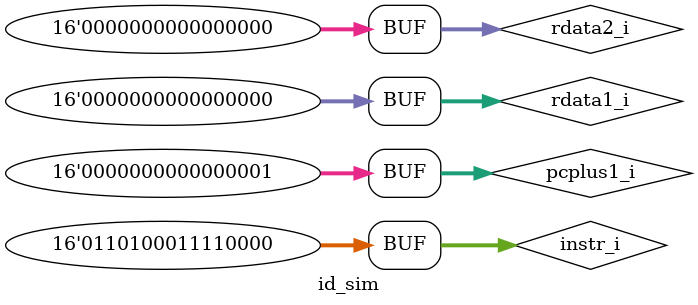
<source format=v>
`timescale 1ns / 1ps


module id_sim;

	// Inputs
	reg [15:0] instr_i;
	reg [15:0] rdata1_i;
	reg [15:0] rdata2_i;
	reg [15:0] pcplus1_i;

	// Outputs
	wire [3:0] readreg1_o;
	wire [3:0] readreg2_o;
	wire regwrite_o;
	wire memtoreg_o;
	wire memread_o;
	wire memwrite_o;
	wire [15:0] memdata_o;
	wire [3:0] aluop_o;
	wire [15:0] alusrc1_o;
	wire [15:0] alusrc2_o;
	wire [3:0] regsrc1_o;
	wire [3:0] regsrc2_o;
	wire [3:0] regsrc_sw_o;
	wire [3:0] regdst_o;
	wire isjump_o;
	wire isbranch_o;
	wire ifbranch_o;
	wire [15:0] address_jr;

	// Instantiate the Unit Under Test (UUT)
	id uut (
		.instr_i(instr_i), 
		.rdata1_i(rdata1_i), 
		.rdata2_i(rdata2_i), 
		.pcplus1_i(pcplus1_i), 
		.readreg1_o(readreg1_o), 
		.readreg2_o(readreg2_o), 
		.regwrite_o(regwrite_o), 
		.memtoreg_o(memtoreg_o), 
		.memread_o(memread_o), 
		.memwrite_o(memwrite_o), 
		.memdata_o(memdata_o), 
		.aluop_o(aluop_o), 
		.alusrc1_o(alusrc1_o), 
		.alusrc2_o(alusrc2_o), 
		.regsrc1_o(regsrc1_o), 
		.regsrc2_o(regsrc2_o), 
		.regsrc_sw_o(regsrc_sw_o), 
		.regdst_o(regdst_o), 
		.isjump_o(isjump_o), 
		.isbranch_o(isbranch_o), 
		.ifbranch_o(ifbranch_o), 
		.address_jr(address_jr)
	);

	initial begin
		// Initialize Inputs
		instr_i = 0;
		rdata1_i = 0;
		rdata2_i = 0;
		pcplus1_i = 0;

		// Wait 100 ns for global reset to finish
		#100;
        
		// Add stimulus here
		instr_i = 16'b0110100011110000;
		rdata1_i = 16'b0000000000000000;
		rdata2_i = 16'b0000000000000000;
		pcplus1_i = 16'b0000000000000001;
	end
      
endmodule


</source>
